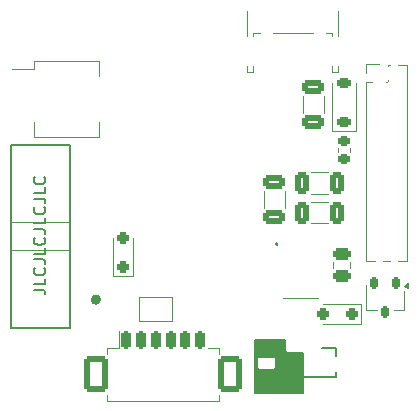
<source format=gbr>
%TF.GenerationSoftware,KiCad,Pcbnew,7.0.11*%
%TF.CreationDate,2024-11-13T01:21:52+09:00*%
%TF.ProjectId,Control,436f6e74-726f-46c2-9e6b-696361645f70,rev?*%
%TF.SameCoordinates,Original*%
%TF.FileFunction,Legend,Top*%
%TF.FilePolarity,Positive*%
%FSLAX46Y46*%
G04 Gerber Fmt 4.6, Leading zero omitted, Abs format (unit mm)*
G04 Created by KiCad (PCBNEW 7.0.11) date 2024-11-13 01:21:52*
%MOMM*%
%LPD*%
G01*
G04 APERTURE LIST*
G04 Aperture macros list*
%AMRoundRect*
0 Rectangle with rounded corners*
0 $1 Rounding radius*
0 $2 $3 $4 $5 $6 $7 $8 $9 X,Y pos of 4 corners*
0 Add a 4 corners polygon primitive as box body*
4,1,4,$2,$3,$4,$5,$6,$7,$8,$9,$2,$3,0*
0 Add four circle primitives for the rounded corners*
1,1,$1+$1,$2,$3*
1,1,$1+$1,$4,$5*
1,1,$1+$1,$6,$7*
1,1,$1+$1,$8,$9*
0 Add four rect primitives between the rounded corners*
20,1,$1+$1,$2,$3,$4,$5,0*
20,1,$1+$1,$4,$5,$6,$7,0*
20,1,$1+$1,$6,$7,$8,$9,0*
20,1,$1+$1,$8,$9,$2,$3,0*%
%AMFreePoly0*
4,1,6,1.000000,0.000000,0.500000,-0.750000,-0.500000,-0.750000,-0.500000,0.750000,0.500000,0.750000,1.000000,0.000000,1.000000,0.000000,$1*%
%AMFreePoly1*
4,1,6,0.500000,-0.750000,-0.650000,-0.750000,-0.150000,0.000000,-0.650000,0.750000,0.500000,0.750000,0.500000,-0.750000,0.500000,-0.750000,$1*%
G04 Aperture macros list end*
%ADD10C,0.130000*%
%ADD11C,0.120000*%
%ADD12C,0.200000*%
%ADD13C,0.100000*%
%ADD14C,0.152400*%
%ADD15C,0.454000*%
%ADD16C,0.150000*%
%ADD17RoundRect,0.250000X-0.650000X0.325000X-0.650000X-0.325000X0.650000X-0.325000X0.650000X0.325000X0*%
%ADD18RoundRect,0.175000X-0.175000X0.325000X-0.175000X-0.325000X0.175000X-0.325000X0.175000X0.325000X0*%
%ADD19R,1.286000X0.250000*%
%ADD20R,1.586000X0.250000*%
%ADD21R,1.586000X1.950000*%
%ADD22R,1.186000X0.250000*%
%ADD23R,0.250000X1.202000*%
%ADD24R,0.250000X1.602000*%
%ADD25R,1.000000X1.000000*%
%ADD26C,1.000000*%
%ADD27RoundRect,0.250000X-0.325000X-0.650000X0.325000X-0.650000X0.325000X0.650000X-0.325000X0.650000X0*%
%ADD28FreePoly0,180.000000*%
%ADD29FreePoly1,180.000000*%
%ADD30C,1.750000*%
%ADD31C,2.100000*%
%ADD32O,1.000000X1.000000*%
%ADD33RoundRect,0.250000X0.475000X-0.250000X0.475000X0.250000X-0.475000X0.250000X-0.475000X-0.250000X0*%
%ADD34RoundRect,0.218750X-0.256250X0.218750X-0.256250X-0.218750X0.256250X-0.218750X0.256250X0.218750X0*%
%ADD35RoundRect,0.200000X-0.200000X-0.600000X0.200000X-0.600000X0.200000X0.600000X-0.200000X0.600000X0*%
%ADD36RoundRect,0.250001X-0.799999X-1.249999X0.799999X-1.249999X0.799999X1.249999X-0.799999X1.249999X0*%
%ADD37R,0.600000X0.970000*%
%ADD38R,1.150000X0.700000*%
%ADD39RoundRect,0.225000X0.375000X-0.225000X0.375000X0.225000X-0.375000X0.225000X-0.375000X-0.225000X0*%
%ADD40R,1.600000X0.760000*%
%ADD41RoundRect,0.250000X0.250000X0.250000X-0.250000X0.250000X-0.250000X-0.250000X0.250000X-0.250000X0*%
%ADD42RoundRect,0.250000X0.250000X-0.250000X0.250000X0.250000X-0.250000X0.250000X-0.250000X-0.250000X0*%
G04 APERTURE END LIST*
D10*
X2120859Y-25540664D02*
X2835144Y-25540664D01*
X2835144Y-25540664D02*
X2978001Y-25588283D01*
X2978001Y-25588283D02*
X3073240Y-25683521D01*
X3073240Y-25683521D02*
X3120859Y-25826378D01*
X3120859Y-25826378D02*
X3120859Y-25921616D01*
X3120859Y-24588283D02*
X3120859Y-25064473D01*
X3120859Y-25064473D02*
X2120859Y-25064473D01*
X3025620Y-23683521D02*
X3073240Y-23731140D01*
X3073240Y-23731140D02*
X3120859Y-23873997D01*
X3120859Y-23873997D02*
X3120859Y-23969235D01*
X3120859Y-23969235D02*
X3073240Y-24112092D01*
X3073240Y-24112092D02*
X2978001Y-24207330D01*
X2978001Y-24207330D02*
X2882763Y-24254949D01*
X2882763Y-24254949D02*
X2692287Y-24302568D01*
X2692287Y-24302568D02*
X2549430Y-24302568D01*
X2549430Y-24302568D02*
X2358954Y-24254949D01*
X2358954Y-24254949D02*
X2263716Y-24207330D01*
X2263716Y-24207330D02*
X2168478Y-24112092D01*
X2168478Y-24112092D02*
X2120859Y-23969235D01*
X2120859Y-23969235D02*
X2120859Y-23873997D01*
X2120859Y-23873997D02*
X2168478Y-23731140D01*
X2168478Y-23731140D02*
X2216097Y-23683521D01*
X2120859Y-22969235D02*
X2835144Y-22969235D01*
X2835144Y-22969235D02*
X2978001Y-23016854D01*
X2978001Y-23016854D02*
X3073240Y-23112092D01*
X3073240Y-23112092D02*
X3120859Y-23254949D01*
X3120859Y-23254949D02*
X3120859Y-23350187D01*
X3120859Y-22016854D02*
X3120859Y-22493044D01*
X3120859Y-22493044D02*
X2120859Y-22493044D01*
X3025620Y-21112092D02*
X3073240Y-21159711D01*
X3073240Y-21159711D02*
X3120859Y-21302568D01*
X3120859Y-21302568D02*
X3120859Y-21397806D01*
X3120859Y-21397806D02*
X3073240Y-21540663D01*
X3073240Y-21540663D02*
X2978001Y-21635901D01*
X2978001Y-21635901D02*
X2882763Y-21683520D01*
X2882763Y-21683520D02*
X2692287Y-21731139D01*
X2692287Y-21731139D02*
X2549430Y-21731139D01*
X2549430Y-21731139D02*
X2358954Y-21683520D01*
X2358954Y-21683520D02*
X2263716Y-21635901D01*
X2263716Y-21635901D02*
X2168478Y-21540663D01*
X2168478Y-21540663D02*
X2120859Y-21397806D01*
X2120859Y-21397806D02*
X2120859Y-21302568D01*
X2120859Y-21302568D02*
X2168478Y-21159711D01*
X2168478Y-21159711D02*
X2216097Y-21112092D01*
X2120859Y-20397806D02*
X2835144Y-20397806D01*
X2835144Y-20397806D02*
X2978001Y-20445425D01*
X2978001Y-20445425D02*
X3073240Y-20540663D01*
X3073240Y-20540663D02*
X3120859Y-20683520D01*
X3120859Y-20683520D02*
X3120859Y-20778758D01*
X3120859Y-19445425D02*
X3120859Y-19921615D01*
X3120859Y-19921615D02*
X2120859Y-19921615D01*
X3025620Y-18540663D02*
X3073240Y-18588282D01*
X3073240Y-18588282D02*
X3120859Y-18731139D01*
X3120859Y-18731139D02*
X3120859Y-18826377D01*
X3120859Y-18826377D02*
X3073240Y-18969234D01*
X3073240Y-18969234D02*
X2978001Y-19064472D01*
X2978001Y-19064472D02*
X2882763Y-19112091D01*
X2882763Y-19112091D02*
X2692287Y-19159710D01*
X2692287Y-19159710D02*
X2549430Y-19159710D01*
X2549430Y-19159710D02*
X2358954Y-19112091D01*
X2358954Y-19112091D02*
X2263716Y-19064472D01*
X2263716Y-19064472D02*
X2168478Y-18969234D01*
X2168478Y-18969234D02*
X2120859Y-18826377D01*
X2120859Y-18826377D02*
X2120859Y-18731139D01*
X2120859Y-18731139D02*
X2168478Y-18588282D01*
X2168478Y-18588282D02*
X2216097Y-18540663D01*
X2120859Y-17826377D02*
X2835144Y-17826377D01*
X2835144Y-17826377D02*
X2978001Y-17873996D01*
X2978001Y-17873996D02*
X3073240Y-17969234D01*
X3073240Y-17969234D02*
X3120859Y-18112091D01*
X3120859Y-18112091D02*
X3120859Y-18207329D01*
X3120859Y-16873996D02*
X3120859Y-17350186D01*
X3120859Y-17350186D02*
X2120859Y-17350186D01*
X3025620Y-15969234D02*
X3073240Y-16016853D01*
X3073240Y-16016853D02*
X3120859Y-16159710D01*
X3120859Y-16159710D02*
X3120859Y-16254948D01*
X3120859Y-16254948D02*
X3073240Y-16397805D01*
X3073240Y-16397805D02*
X2978001Y-16493043D01*
X2978001Y-16493043D02*
X2882763Y-16540662D01*
X2882763Y-16540662D02*
X2692287Y-16588281D01*
X2692287Y-16588281D02*
X2549430Y-16588281D01*
X2549430Y-16588281D02*
X2358954Y-16540662D01*
X2358954Y-16540662D02*
X2263716Y-16493043D01*
X2263716Y-16493043D02*
X2168478Y-16397805D01*
X2168478Y-16397805D02*
X2120859Y-16254948D01*
X2120859Y-16254948D02*
X2120859Y-16159710D01*
X2120859Y-16159710D02*
X2168478Y-16016853D01*
X2168478Y-16016853D02*
X2216097Y-15969234D01*
D11*
%TO.C,C27*%
X23410000Y-17188748D02*
X23410000Y-18611252D01*
X21590000Y-17188748D02*
X21590000Y-18611252D01*
%TO.C,Q2*%
X30290001Y-25125000D02*
X30290001Y-27275000D01*
X33510001Y-25675000D02*
X33510001Y-27275000D01*
X33510001Y-27275000D02*
X32600001Y-27275000D01*
X31200001Y-27275000D02*
X30290001Y-27275000D01*
X33790001Y-25415000D02*
X33460001Y-25175000D01*
X33790001Y-24935000D01*
X33790001Y-25415000D01*
G36*
X33790001Y-25415000D02*
G01*
X33460001Y-25175000D01*
X33790001Y-24935000D01*
X33790001Y-25415000D01*
G37*
D12*
%TO.C,IC1*%
X22700000Y-21568001D02*
X22700000Y-21568001D01*
X22700000Y-21768001D02*
X22700000Y-21768001D01*
D13*
X23200000Y-26200001D02*
X26200000Y-26200001D01*
D12*
X22700000Y-21768001D02*
G75*
G03*
X22700000Y-21568001I0J100000D01*
G01*
X22700000Y-21568001D02*
G75*
G03*
X22700000Y-21768001I0J-100000D01*
G01*
D14*
%TO.C,J1*%
X5200000Y-28750000D02*
X5200000Y-13250000D01*
X5199201Y-13247000D02*
X200000Y-13250000D01*
X200000Y-28750000D02*
X5199201Y-28750000D01*
D11*
X200000Y-22200000D02*
X5200000Y-22200000D01*
X200000Y-19800000D02*
X5200000Y-19800000D01*
D14*
X200000Y-13250000D02*
X200000Y-28750000D01*
D15*
X7627000Y-26374000D02*
G75*
G03*
X7173000Y-26374000I-227000J0D01*
G01*
X7173000Y-26374000D02*
G75*
G03*
X7627000Y-26374000I227000J0D01*
G01*
D11*
%TO.C,C10*%
X25588748Y-18090000D02*
X27011252Y-18090000D01*
X25588748Y-19910000D02*
X27011252Y-19910000D01*
%TO.C,JP3*%
X13808252Y-28161442D02*
X11008252Y-28161442D01*
X13808252Y-26161442D02*
X13808252Y-28161442D01*
X11008252Y-28161442D02*
X11008252Y-26161442D01*
X11008252Y-26161442D02*
X13808252Y-26161442D01*
%TO.C,SW1*%
X20215000Y-1912500D02*
X20215000Y-4012500D01*
X20215000Y-6612500D02*
X20215000Y-7122500D01*
X20215000Y-7122500D02*
X20735000Y-7122500D01*
X20735000Y-3782500D02*
X20735000Y-4012500D01*
X20735000Y-3782500D02*
X21275000Y-3782500D01*
X20735000Y-6612500D02*
X20735000Y-7122500D01*
X22375000Y-3782500D02*
X25775000Y-3782500D01*
X26875000Y-3782500D02*
X27415000Y-3782500D01*
X27415000Y-3782500D02*
X27415000Y-4012500D01*
X27415000Y-6612500D02*
X27415000Y-7122500D01*
X27415000Y-7122500D02*
X27935000Y-7122500D01*
X27935000Y-1912500D02*
X27935000Y-4012500D01*
X27935000Y-6612500D02*
X27935000Y-7122500D01*
%TO.C,J2*%
X30245000Y-6415000D02*
X31375000Y-6415000D01*
X30245000Y-7175000D02*
X30245000Y-6415000D01*
X30245000Y-7935000D02*
X30245000Y-23110000D01*
X30245000Y-7935000D02*
X30811529Y-7935000D01*
X30245000Y-23110000D02*
X31067470Y-23110000D01*
X31682530Y-23110000D02*
X32337470Y-23110000D01*
X31938471Y-7935000D02*
X32081529Y-7935000D01*
X32135000Y-6480000D02*
X32337470Y-6480000D01*
X32135000Y-6611529D02*
X32135000Y-6480000D01*
X32135000Y-7881529D02*
X32135000Y-7738471D01*
X32952530Y-6480000D02*
X33775000Y-6480000D01*
X32952530Y-23110000D02*
X33775000Y-23110000D01*
X33775000Y-6480000D02*
X33775000Y-23110000D01*
%TO.C,C11*%
X27465000Y-23710252D02*
X27465000Y-23187748D01*
X28935000Y-23710252D02*
X28935000Y-23187748D01*
%TO.C,C26*%
X25588748Y-15590000D02*
X27011252Y-15590000D01*
X25588748Y-17410000D02*
X27011252Y-17410000D01*
%TO.C,L1*%
X28910000Y-13537221D02*
X28910000Y-13862779D01*
X27890000Y-13537221D02*
X27890000Y-13862779D01*
%TO.C,J4*%
X8365000Y-30490000D02*
X9315000Y-30490000D01*
X8365000Y-30940000D02*
X8365000Y-30490000D01*
X8365000Y-34460000D02*
X8365000Y-34910000D01*
X8365000Y-34910000D02*
X17835000Y-34910000D01*
X9315000Y-30490000D02*
X9315000Y-29000000D01*
X17835000Y-30490000D02*
X16885000Y-30490000D01*
X17835000Y-30940000D02*
X17835000Y-30490000D01*
X17835000Y-34910000D02*
X17835000Y-34460000D01*
D12*
%TO.C,SW3*%
X22225000Y-32500000D02*
X22225000Y-32950000D01*
X22225000Y-32950000D02*
X27725000Y-32950000D01*
X27725000Y-30450000D02*
X26575000Y-30450000D01*
X27725000Y-31100000D02*
X27725000Y-30450000D01*
X27725000Y-32950000D02*
X27725000Y-32500000D01*
D16*
X20875000Y-29800000D02*
X23425000Y-29800000D01*
X23425000Y-29800000D02*
X23425000Y-31200000D01*
X23425000Y-31200000D02*
X20875000Y-31200000D01*
X20875000Y-31200000D02*
X20875000Y-29800000D01*
G36*
X20875000Y-29800000D02*
G01*
X23425000Y-29800000D01*
X23425000Y-31200000D01*
X20875000Y-31200000D01*
X20875000Y-29800000D01*
G37*
X24975000Y-34300000D02*
X20875000Y-34300000D01*
X20875000Y-34300000D02*
X20875000Y-32325000D01*
X20875000Y-32325000D02*
X24975000Y-32325000D01*
X24975000Y-32325000D02*
X24975000Y-34300000D01*
G36*
X24975000Y-34300000D02*
G01*
X20875000Y-34300000D01*
X20875000Y-32325000D01*
X24975000Y-32325000D01*
X24975000Y-34300000D01*
G37*
X21275000Y-31150000D02*
X21075000Y-31350000D01*
X21075000Y-32200000D01*
X21225000Y-32350000D01*
X21275000Y-34300000D01*
X20875000Y-34300000D01*
X20875000Y-29800000D01*
X21275000Y-29800000D01*
X21275000Y-31150000D01*
G36*
X21275000Y-31150000D02*
G01*
X21075000Y-31350000D01*
X21075000Y-32200000D01*
X21225000Y-32350000D01*
X21275000Y-34300000D01*
X20875000Y-34300000D01*
X20875000Y-29800000D01*
X21275000Y-29800000D01*
X21275000Y-31150000D01*
G37*
X23575000Y-30900000D02*
X24975000Y-30900000D01*
X24975000Y-32400000D01*
X22425000Y-32400000D01*
X22625000Y-32150000D01*
X22625000Y-31350000D01*
X22475000Y-31200000D01*
X22500000Y-30700000D01*
X23375000Y-30700000D01*
X23575000Y-30900000D01*
G36*
X23575000Y-30900000D02*
G01*
X24975000Y-30900000D01*
X24975000Y-32400000D01*
X22425000Y-32400000D01*
X22625000Y-32150000D01*
X22625000Y-31350000D01*
X22475000Y-31200000D01*
X22500000Y-30700000D01*
X23375000Y-30700000D01*
X23575000Y-30900000D01*
G37*
D11*
%TO.C,D5*%
X27400000Y-12060000D02*
X29400000Y-12060000D01*
X27400000Y-12060000D02*
X27400000Y-8050000D01*
X29400000Y-12060000D02*
X29400000Y-8050000D01*
%TO.C,SW4*%
X290000Y-6815000D02*
X2140000Y-6815000D01*
X2140000Y-6165000D02*
X2140000Y-6815000D01*
X2140000Y-6165000D02*
X7660000Y-6165000D01*
X2140000Y-11365000D02*
X2140000Y-12635000D01*
X2140000Y-12635000D02*
X7660000Y-12635000D01*
X7660000Y-6165000D02*
X7660000Y-7434000D01*
X7660000Y-11365000D02*
X7660000Y-12635000D01*
%TO.C,C14*%
X26728415Y-9103246D02*
X26728415Y-10525750D01*
X24908415Y-9103246D02*
X24908415Y-10525750D01*
%TO.C,D6*%
X29855174Y-28456272D02*
X29855174Y-26756272D01*
X29855174Y-28456272D02*
X26595174Y-28456272D01*
X29855174Y-26756272D02*
X26595174Y-26756272D01*
%TO.C,D1*%
X8845031Y-24406856D02*
X10545031Y-24406856D01*
X8845031Y-24406856D02*
X8845031Y-21146856D01*
X10545031Y-24406856D02*
X10545031Y-21146856D01*
%TD*%
%LPC*%
D17*
%TO.C,C27*%
X22500000Y-16425000D03*
X22500000Y-19375000D03*
%TD*%
D18*
%TO.C,Q2*%
X32850001Y-25000000D03*
X30950001Y-25000000D03*
X31900001Y-27400000D03*
%TD*%
D19*
%TO.C,IC1*%
X23057000Y-22150001D03*
D20*
X23207000Y-22800001D03*
X23207000Y-23450001D03*
D21*
X23207000Y-24950001D03*
X26193000Y-24950001D03*
D20*
X26193000Y-23450001D03*
X26193000Y-22800001D03*
D22*
X26393000Y-22150001D03*
D23*
X25950000Y-20999001D03*
X25450000Y-20999001D03*
D24*
X24950000Y-21199001D03*
X24450000Y-21199001D03*
D23*
X23950000Y-20999001D03*
X23450000Y-20999001D03*
%TD*%
D25*
%TO.C,J1*%
X7400000Y-24810000D03*
D26*
X6130000Y-24810000D03*
X7400000Y-23540000D03*
X6130000Y-23540000D03*
X7400000Y-22270000D03*
X6130000Y-22270000D03*
X7400000Y-21000000D03*
X6130000Y-21000000D03*
X7400000Y-19730000D03*
X6130000Y-19730000D03*
X7400000Y-18460000D03*
X6130000Y-18460000D03*
X7400000Y-17190000D03*
X6130000Y-17190000D03*
%TD*%
D27*
%TO.C,C10*%
X24825000Y-19000000D03*
X27775000Y-19000000D03*
%TD*%
D28*
%TO.C,JP3*%
X13133252Y-27161442D03*
D29*
X11683252Y-27161442D03*
%TD*%
D30*
%TO.C,SW1*%
X21825000Y-2812500D03*
X26325000Y-2812500D03*
D31*
X20575000Y-5302500D03*
X27585000Y-5302500D03*
%TD*%
D25*
%TO.C,J2*%
X31375000Y-7175000D03*
D32*
X32645000Y-7175000D03*
X31375000Y-8445000D03*
X32645000Y-8445000D03*
X31375000Y-9715000D03*
X32645000Y-9715000D03*
X31375000Y-10985000D03*
X32645000Y-10985000D03*
X31375000Y-12255000D03*
X32645000Y-12255000D03*
X31375000Y-13525000D03*
X32645000Y-13525000D03*
X31375000Y-14795000D03*
X32645000Y-14795000D03*
X31375000Y-16065000D03*
X32645000Y-16065000D03*
X31375000Y-17335000D03*
X32645000Y-17335000D03*
X31375000Y-18605000D03*
X32645000Y-18605000D03*
X31375000Y-19875000D03*
X32645000Y-19875000D03*
X31375000Y-21145000D03*
X32645000Y-21145000D03*
X31375000Y-22415000D03*
X32645000Y-22415000D03*
%TD*%
D33*
%TO.C,C11*%
X28200000Y-24399000D03*
X28200000Y-22499000D03*
%TD*%
D27*
%TO.C,C26*%
X24825000Y-16500000D03*
X27775000Y-16500000D03*
%TD*%
D34*
%TO.C,L1*%
X28400000Y-12912500D03*
X28400000Y-14487500D03*
%TD*%
D35*
%TO.C,J4*%
X9975000Y-29800000D03*
X11225000Y-29800000D03*
X12475000Y-29800000D03*
X13725000Y-29800000D03*
X14975000Y-29800000D03*
X16225000Y-29800000D03*
D36*
X7425000Y-32700000D03*
X18775000Y-32700000D03*
%TD*%
D37*
%TO.C,SW3*%
X23975000Y-30185000D03*
X24975000Y-30185000D03*
X25975000Y-30185000D03*
D38*
X21850000Y-31770000D03*
X28100000Y-31770000D03*
%TD*%
D39*
%TO.C,D5*%
X28400000Y-11350000D03*
X28400000Y-8050000D03*
%TD*%
D40*
%TO.C,SW4*%
X1090000Y-7495000D03*
X1090000Y-8765000D03*
X1090000Y-10035000D03*
X1090000Y-11305000D03*
X8710000Y-11305000D03*
X8710000Y-10035000D03*
X8710000Y-8765000D03*
X8710000Y-7495000D03*
%TD*%
D17*
%TO.C,C14*%
X25818415Y-8339498D03*
X25818415Y-11289498D03*
%TD*%
D41*
%TO.C,D6*%
X29095174Y-27606272D03*
X26595174Y-27606272D03*
%TD*%
D42*
%TO.C,D1*%
X9695031Y-23646856D03*
X9695031Y-21146856D03*
%TD*%
%LPD*%
M02*

</source>
